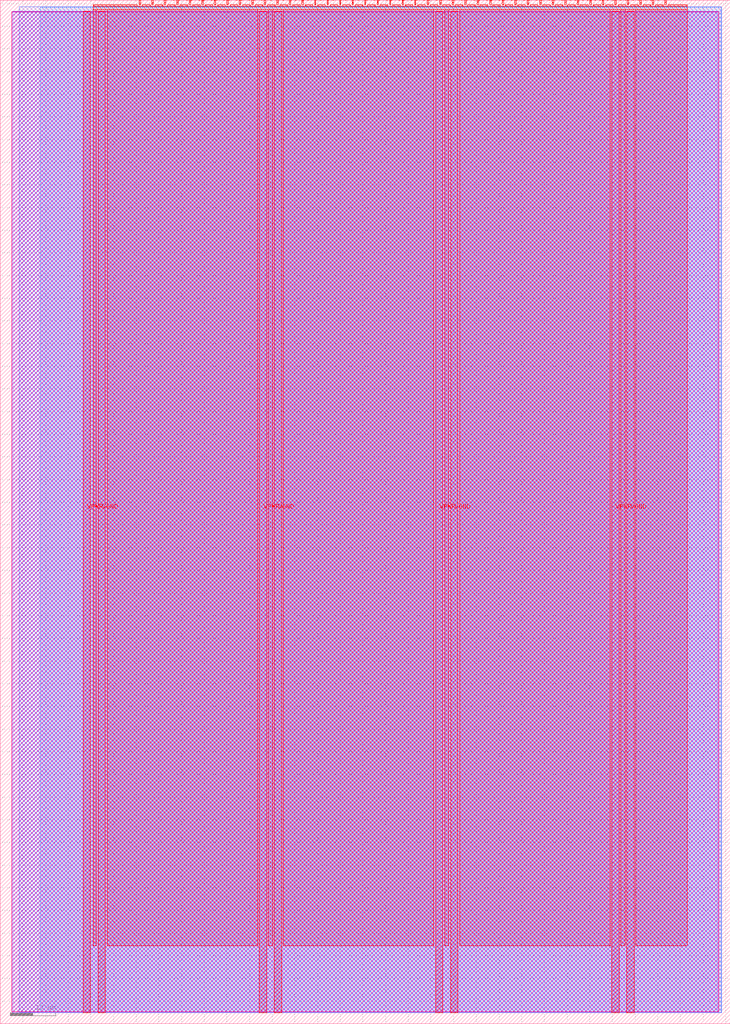
<source format=lef>
VERSION 5.7 ;
  NOWIREEXTENSIONATPIN ON ;
  DIVIDERCHAR "/" ;
  BUSBITCHARS "[]" ;
MACRO tt_um_bitty
  CLASS BLOCK ;
  FOREIGN tt_um_bitty ;
  ORIGIN 0.000 0.000 ;
  SIZE 161.000 BY 225.760 ;
  PIN VGND
    DIRECTION INOUT ;
    USE GROUND ;
    PORT
      LAYER met4 ;
        RECT 21.580 2.480 23.180 223.280 ;
    END
    PORT
      LAYER met4 ;
        RECT 60.450 2.480 62.050 223.280 ;
    END
    PORT
      LAYER met4 ;
        RECT 99.320 2.480 100.920 223.280 ;
    END
    PORT
      LAYER met4 ;
        RECT 138.190 2.480 139.790 223.280 ;
    END
  END VGND
  PIN VPWR
    DIRECTION INOUT ;
    USE POWER ;
    PORT
      LAYER met4 ;
        RECT 18.280 2.480 19.880 223.280 ;
    END
    PORT
      LAYER met4 ;
        RECT 57.150 2.480 58.750 223.280 ;
    END
    PORT
      LAYER met4 ;
        RECT 96.020 2.480 97.620 223.280 ;
    END
    PORT
      LAYER met4 ;
        RECT 134.890 2.480 136.490 223.280 ;
    END
  END VPWR
  PIN clk
    DIRECTION INPUT ;
    USE SIGNAL ;
    ANTENNAGATEAREA 0.852000 ;
    PORT
      LAYER met4 ;
        RECT 143.830 224.760 144.130 225.760 ;
    END
  END clk
  PIN ena
    DIRECTION INPUT ;
    USE SIGNAL ;
    PORT
      LAYER met4 ;
        RECT 146.590 224.760 146.890 225.760 ;
    END
  END ena
  PIN rst_n
    DIRECTION INPUT ;
    USE SIGNAL ;
    ANTENNAGATEAREA 0.159000 ;
    PORT
      LAYER met4 ;
        RECT 141.070 224.760 141.370 225.760 ;
    END
  END rst_n
  PIN ui_in[0]
    DIRECTION INPUT ;
    USE SIGNAL ;
    ANTENNAGATEAREA 0.213000 ;
    PORT
      LAYER met4 ;
        RECT 138.310 224.760 138.610 225.760 ;
    END
  END ui_in[0]
  PIN ui_in[1]
    DIRECTION INPUT ;
    USE SIGNAL ;
    ANTENNAGATEAREA 0.213000 ;
    PORT
      LAYER met4 ;
        RECT 135.550 224.760 135.850 225.760 ;
    END
  END ui_in[1]
  PIN ui_in[2]
    DIRECTION INPUT ;
    USE SIGNAL ;
    ANTENNAGATEAREA 0.213000 ;
    PORT
      LAYER met4 ;
        RECT 132.790 224.760 133.090 225.760 ;
    END
  END ui_in[2]
  PIN ui_in[3]
    DIRECTION INPUT ;
    USE SIGNAL ;
    PORT
      LAYER met4 ;
        RECT 130.030 224.760 130.330 225.760 ;
    END
  END ui_in[3]
  PIN ui_in[4]
    DIRECTION INPUT ;
    USE SIGNAL ;
    PORT
      LAYER met4 ;
        RECT 127.270 224.760 127.570 225.760 ;
    END
  END ui_in[4]
  PIN ui_in[5]
    DIRECTION INPUT ;
    USE SIGNAL ;
    PORT
      LAYER met4 ;
        RECT 124.510 224.760 124.810 225.760 ;
    END
  END ui_in[5]
  PIN ui_in[6]
    DIRECTION INPUT ;
    USE SIGNAL ;
    PORT
      LAYER met4 ;
        RECT 121.750 224.760 122.050 225.760 ;
    END
  END ui_in[6]
  PIN ui_in[7]
    DIRECTION INPUT ;
    USE SIGNAL ;
    PORT
      LAYER met4 ;
        RECT 118.990 224.760 119.290 225.760 ;
    END
  END ui_in[7]
  PIN uio_in[0]
    DIRECTION INPUT ;
    USE SIGNAL ;
    PORT
      LAYER met4 ;
        RECT 116.230 224.760 116.530 225.760 ;
    END
  END uio_in[0]
  PIN uio_in[1]
    DIRECTION INPUT ;
    USE SIGNAL ;
    PORT
      LAYER met4 ;
        RECT 113.470 224.760 113.770 225.760 ;
    END
  END uio_in[1]
  PIN uio_in[2]
    DIRECTION INPUT ;
    USE SIGNAL ;
    PORT
      LAYER met4 ;
        RECT 110.710 224.760 111.010 225.760 ;
    END
  END uio_in[2]
  PIN uio_in[3]
    DIRECTION INPUT ;
    USE SIGNAL ;
    PORT
      LAYER met4 ;
        RECT 107.950 224.760 108.250 225.760 ;
    END
  END uio_in[3]
  PIN uio_in[4]
    DIRECTION INPUT ;
    USE SIGNAL ;
    PORT
      LAYER met4 ;
        RECT 105.190 224.760 105.490 225.760 ;
    END
  END uio_in[4]
  PIN uio_in[5]
    DIRECTION INPUT ;
    USE SIGNAL ;
    PORT
      LAYER met4 ;
        RECT 102.430 224.760 102.730 225.760 ;
    END
  END uio_in[5]
  PIN uio_in[6]
    DIRECTION INPUT ;
    USE SIGNAL ;
    PORT
      LAYER met4 ;
        RECT 99.670 224.760 99.970 225.760 ;
    END
  END uio_in[6]
  PIN uio_in[7]
    DIRECTION INPUT ;
    USE SIGNAL ;
    PORT
      LAYER met4 ;
        RECT 96.910 224.760 97.210 225.760 ;
    END
  END uio_in[7]
  PIN uio_oe[0]
    DIRECTION OUTPUT ;
    USE SIGNAL ;
    PORT
      LAYER met4 ;
        RECT 49.990 224.760 50.290 225.760 ;
    END
  END uio_oe[0]
  PIN uio_oe[1]
    DIRECTION OUTPUT ;
    USE SIGNAL ;
    PORT
      LAYER met4 ;
        RECT 47.230 224.760 47.530 225.760 ;
    END
  END uio_oe[1]
  PIN uio_oe[2]
    DIRECTION OUTPUT ;
    USE SIGNAL ;
    PORT
      LAYER met4 ;
        RECT 44.470 224.760 44.770 225.760 ;
    END
  END uio_oe[2]
  PIN uio_oe[3]
    DIRECTION OUTPUT ;
    USE SIGNAL ;
    PORT
      LAYER met4 ;
        RECT 41.710 224.760 42.010 225.760 ;
    END
  END uio_oe[3]
  PIN uio_oe[4]
    DIRECTION OUTPUT ;
    USE SIGNAL ;
    PORT
      LAYER met4 ;
        RECT 38.950 224.760 39.250 225.760 ;
    END
  END uio_oe[4]
  PIN uio_oe[5]
    DIRECTION OUTPUT ;
    USE SIGNAL ;
    PORT
      LAYER met4 ;
        RECT 36.190 224.760 36.490 225.760 ;
    END
  END uio_oe[5]
  PIN uio_oe[6]
    DIRECTION OUTPUT ;
    USE SIGNAL ;
    PORT
      LAYER met4 ;
        RECT 33.430 224.760 33.730 225.760 ;
    END
  END uio_oe[6]
  PIN uio_oe[7]
    DIRECTION OUTPUT ;
    USE SIGNAL ;
    PORT
      LAYER met4 ;
        RECT 30.670 224.760 30.970 225.760 ;
    END
  END uio_oe[7]
  PIN uio_out[0]
    DIRECTION OUTPUT ;
    USE SIGNAL ;
    PORT
      LAYER met4 ;
        RECT 72.070 224.760 72.370 225.760 ;
    END
  END uio_out[0]
  PIN uio_out[1]
    DIRECTION OUTPUT ;
    USE SIGNAL ;
    PORT
      LAYER met4 ;
        RECT 69.310 224.760 69.610 225.760 ;
    END
  END uio_out[1]
  PIN uio_out[2]
    DIRECTION OUTPUT ;
    USE SIGNAL ;
    PORT
      LAYER met4 ;
        RECT 66.550 224.760 66.850 225.760 ;
    END
  END uio_out[2]
  PIN uio_out[3]
    DIRECTION OUTPUT ;
    USE SIGNAL ;
    PORT
      LAYER met4 ;
        RECT 63.790 224.760 64.090 225.760 ;
    END
  END uio_out[3]
  PIN uio_out[4]
    DIRECTION OUTPUT ;
    USE SIGNAL ;
    PORT
      LAYER met4 ;
        RECT 61.030 224.760 61.330 225.760 ;
    END
  END uio_out[4]
  PIN uio_out[5]
    DIRECTION OUTPUT ;
    USE SIGNAL ;
    PORT
      LAYER met4 ;
        RECT 58.270 224.760 58.570 225.760 ;
    END
  END uio_out[5]
  PIN uio_out[6]
    DIRECTION OUTPUT ;
    USE SIGNAL ;
    PORT
      LAYER met4 ;
        RECT 55.510 224.760 55.810 225.760 ;
    END
  END uio_out[6]
  PIN uio_out[7]
    DIRECTION OUTPUT ;
    USE SIGNAL ;
    PORT
      LAYER met4 ;
        RECT 52.750 224.760 53.050 225.760 ;
    END
  END uio_out[7]
  PIN uo_out[0]
    DIRECTION OUTPUT ;
    USE SIGNAL ;
    ANTENNADIFFAREA 0.445500 ;
    PORT
      LAYER met4 ;
        RECT 94.150 224.760 94.450 225.760 ;
    END
  END uo_out[0]
  PIN uo_out[1]
    DIRECTION OUTPUT ;
    USE SIGNAL ;
    PORT
      LAYER met4 ;
        RECT 91.390 224.760 91.690 225.760 ;
    END
  END uo_out[1]
  PIN uo_out[2]
    DIRECTION OUTPUT ;
    USE SIGNAL ;
    PORT
      LAYER met4 ;
        RECT 88.630 224.760 88.930 225.760 ;
    END
  END uo_out[2]
  PIN uo_out[3]
    DIRECTION OUTPUT ;
    USE SIGNAL ;
    PORT
      LAYER met4 ;
        RECT 85.870 224.760 86.170 225.760 ;
    END
  END uo_out[3]
  PIN uo_out[4]
    DIRECTION OUTPUT ;
    USE SIGNAL ;
    PORT
      LAYER met4 ;
        RECT 83.110 224.760 83.410 225.760 ;
    END
  END uo_out[4]
  PIN uo_out[5]
    DIRECTION OUTPUT ;
    USE SIGNAL ;
    PORT
      LAYER met4 ;
        RECT 80.350 224.760 80.650 225.760 ;
    END
  END uo_out[5]
  PIN uo_out[6]
    DIRECTION OUTPUT ;
    USE SIGNAL ;
    PORT
      LAYER met4 ;
        RECT 77.590 224.760 77.890 225.760 ;
    END
  END uo_out[6]
  PIN uo_out[7]
    DIRECTION OUTPUT ;
    USE SIGNAL ;
    PORT
      LAYER met4 ;
        RECT 74.830 224.760 75.130 225.760 ;
    END
  END uo_out[7]
  OBS
      LAYER nwell ;
        RECT 2.570 2.635 158.430 223.230 ;
      LAYER li1 ;
        RECT 2.760 2.635 158.240 223.125 ;
      LAYER met1 ;
        RECT 2.760 2.480 159.090 223.280 ;
      LAYER met2 ;
        RECT 4.240 2.535 159.070 224.245 ;
      LAYER met3 ;
        RECT 8.805 2.555 159.095 224.225 ;
      LAYER met4 ;
        RECT 20.535 224.360 30.270 224.760 ;
        RECT 31.370 224.360 33.030 224.760 ;
        RECT 34.130 224.360 35.790 224.760 ;
        RECT 36.890 224.360 38.550 224.760 ;
        RECT 39.650 224.360 41.310 224.760 ;
        RECT 42.410 224.360 44.070 224.760 ;
        RECT 45.170 224.360 46.830 224.760 ;
        RECT 47.930 224.360 49.590 224.760 ;
        RECT 50.690 224.360 52.350 224.760 ;
        RECT 53.450 224.360 55.110 224.760 ;
        RECT 56.210 224.360 57.870 224.760 ;
        RECT 58.970 224.360 60.630 224.760 ;
        RECT 61.730 224.360 63.390 224.760 ;
        RECT 64.490 224.360 66.150 224.760 ;
        RECT 67.250 224.360 68.910 224.760 ;
        RECT 70.010 224.360 71.670 224.760 ;
        RECT 72.770 224.360 74.430 224.760 ;
        RECT 75.530 224.360 77.190 224.760 ;
        RECT 78.290 224.360 79.950 224.760 ;
        RECT 81.050 224.360 82.710 224.760 ;
        RECT 83.810 224.360 85.470 224.760 ;
        RECT 86.570 224.360 88.230 224.760 ;
        RECT 89.330 224.360 90.990 224.760 ;
        RECT 92.090 224.360 93.750 224.760 ;
        RECT 94.850 224.360 96.510 224.760 ;
        RECT 97.610 224.360 99.270 224.760 ;
        RECT 100.370 224.360 102.030 224.760 ;
        RECT 103.130 224.360 104.790 224.760 ;
        RECT 105.890 224.360 107.550 224.760 ;
        RECT 108.650 224.360 110.310 224.760 ;
        RECT 111.410 224.360 113.070 224.760 ;
        RECT 114.170 224.360 115.830 224.760 ;
        RECT 116.930 224.360 118.590 224.760 ;
        RECT 119.690 224.360 121.350 224.760 ;
        RECT 122.450 224.360 124.110 224.760 ;
        RECT 125.210 224.360 126.870 224.760 ;
        RECT 127.970 224.360 129.630 224.760 ;
        RECT 130.730 224.360 132.390 224.760 ;
        RECT 133.490 224.360 135.150 224.760 ;
        RECT 136.250 224.360 137.910 224.760 ;
        RECT 139.010 224.360 140.670 224.760 ;
        RECT 141.770 224.360 143.430 224.760 ;
        RECT 144.530 224.360 146.190 224.760 ;
        RECT 147.290 224.360 151.505 224.760 ;
        RECT 20.535 223.680 151.505 224.360 ;
        RECT 20.535 17.175 21.180 223.680 ;
        RECT 23.580 17.175 56.750 223.680 ;
        RECT 59.150 17.175 60.050 223.680 ;
        RECT 62.450 17.175 95.620 223.680 ;
        RECT 98.020 17.175 98.920 223.680 ;
        RECT 101.320 17.175 134.490 223.680 ;
        RECT 136.890 17.175 137.790 223.680 ;
        RECT 140.190 17.175 151.505 223.680 ;
  END
END tt_um_bitty
END LIBRARY


</source>
